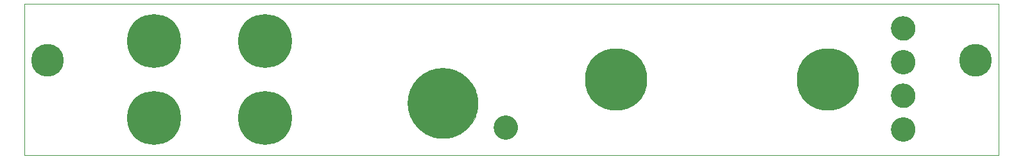
<source format=gbs>
G75*
%MOIN*%
%OFA0B0*%
%FSLAX24Y24*%
%IPPOS*%
%LPD*%
%AMOC8*
5,1,8,0,0,1.08239X$1,22.5*
%
%ADD10C,0.0010*%
%ADD11C,0.0000*%
%ADD12C,0.1260*%
%ADD13C,0.3662*%
%ADD14C,0.2802*%
%ADD15C,0.3235*%
%ADD16C,0.1700*%
D10*
X000847Y001846D02*
X051437Y001846D01*
X051437Y009721D01*
X000847Y009721D01*
X000847Y001846D01*
D11*
X020768Y004543D02*
X020770Y004628D01*
X020776Y004713D01*
X020786Y004797D01*
X020800Y004881D01*
X020818Y004964D01*
X020839Y005046D01*
X020865Y005127D01*
X020894Y005207D01*
X020927Y005285D01*
X020963Y005361D01*
X021004Y005436D01*
X021047Y005509D01*
X021094Y005580D01*
X021144Y005648D01*
X021198Y005714D01*
X021254Y005778D01*
X021314Y005838D01*
X021376Y005896D01*
X021440Y005951D01*
X021508Y006003D01*
X021577Y006052D01*
X021649Y006097D01*
X021723Y006139D01*
X021799Y006177D01*
X021876Y006212D01*
X021955Y006243D01*
X022036Y006271D01*
X022117Y006294D01*
X022200Y006314D01*
X022283Y006330D01*
X022367Y006342D01*
X022452Y006350D01*
X022537Y006354D01*
X022621Y006354D01*
X022706Y006350D01*
X022791Y006342D01*
X022875Y006330D01*
X022958Y006314D01*
X023041Y006294D01*
X023122Y006271D01*
X023203Y006243D01*
X023282Y006212D01*
X023359Y006177D01*
X023435Y006139D01*
X023509Y006097D01*
X023581Y006052D01*
X023650Y006003D01*
X023718Y005951D01*
X023782Y005896D01*
X023844Y005838D01*
X023904Y005778D01*
X023960Y005714D01*
X024014Y005648D01*
X024064Y005580D01*
X024111Y005509D01*
X024154Y005436D01*
X024195Y005361D01*
X024231Y005285D01*
X024264Y005207D01*
X024293Y005127D01*
X024319Y005046D01*
X024340Y004964D01*
X024358Y004881D01*
X024372Y004797D01*
X024382Y004713D01*
X024388Y004628D01*
X024390Y004543D01*
X024388Y004458D01*
X024382Y004373D01*
X024372Y004289D01*
X024358Y004205D01*
X024340Y004122D01*
X024319Y004040D01*
X024293Y003959D01*
X024264Y003879D01*
X024231Y003801D01*
X024195Y003725D01*
X024154Y003650D01*
X024111Y003577D01*
X024064Y003506D01*
X024014Y003438D01*
X023960Y003372D01*
X023904Y003308D01*
X023844Y003248D01*
X023782Y003190D01*
X023718Y003135D01*
X023650Y003083D01*
X023581Y003034D01*
X023509Y002989D01*
X023435Y002947D01*
X023359Y002909D01*
X023282Y002874D01*
X023203Y002843D01*
X023122Y002815D01*
X023041Y002792D01*
X022958Y002772D01*
X022875Y002756D01*
X022791Y002744D01*
X022706Y002736D01*
X022621Y002732D01*
X022537Y002732D01*
X022452Y002736D01*
X022367Y002744D01*
X022283Y002756D01*
X022200Y002772D01*
X022117Y002792D01*
X022036Y002815D01*
X021955Y002843D01*
X021876Y002874D01*
X021799Y002909D01*
X021723Y002947D01*
X021649Y002989D01*
X021577Y003034D01*
X021508Y003083D01*
X021440Y003135D01*
X021376Y003190D01*
X021314Y003248D01*
X021254Y003308D01*
X021198Y003372D01*
X021144Y003438D01*
X021094Y003506D01*
X021047Y003577D01*
X021004Y003650D01*
X020963Y003725D01*
X020927Y003801D01*
X020894Y003879D01*
X020865Y003959D01*
X020839Y004040D01*
X020818Y004122D01*
X020800Y004205D01*
X020786Y004289D01*
X020776Y004373D01*
X020770Y004458D01*
X020768Y004543D01*
X025219Y003293D02*
X025221Y003342D01*
X025227Y003391D01*
X025237Y003439D01*
X025250Y003486D01*
X025268Y003532D01*
X025289Y003576D01*
X025313Y003619D01*
X025341Y003659D01*
X025372Y003698D01*
X025406Y003733D01*
X025443Y003766D01*
X025482Y003795D01*
X025524Y003821D01*
X025567Y003844D01*
X025613Y003863D01*
X025659Y003879D01*
X025707Y003891D01*
X025755Y003899D01*
X025804Y003903D01*
X025854Y003903D01*
X025903Y003899D01*
X025951Y003891D01*
X025999Y003879D01*
X026045Y003863D01*
X026091Y003844D01*
X026134Y003821D01*
X026176Y003795D01*
X026215Y003766D01*
X026252Y003733D01*
X026286Y003698D01*
X026317Y003659D01*
X026345Y003619D01*
X026369Y003576D01*
X026390Y003532D01*
X026408Y003486D01*
X026421Y003439D01*
X026431Y003391D01*
X026437Y003342D01*
X026439Y003293D01*
X026437Y003244D01*
X026431Y003195D01*
X026421Y003147D01*
X026408Y003100D01*
X026390Y003054D01*
X026369Y003010D01*
X026345Y002967D01*
X026317Y002927D01*
X026286Y002888D01*
X026252Y002853D01*
X026215Y002820D01*
X026176Y002791D01*
X026134Y002765D01*
X026091Y002742D01*
X026045Y002723D01*
X025999Y002707D01*
X025951Y002695D01*
X025903Y002687D01*
X025854Y002683D01*
X025804Y002683D01*
X025755Y002687D01*
X025707Y002695D01*
X025659Y002707D01*
X025613Y002723D01*
X025567Y002742D01*
X025524Y002765D01*
X025482Y002791D01*
X025443Y002820D01*
X025406Y002853D01*
X025372Y002888D01*
X025341Y002927D01*
X025313Y002967D01*
X025289Y003010D01*
X025268Y003054D01*
X025250Y003100D01*
X025237Y003147D01*
X025227Y003195D01*
X025221Y003244D01*
X025219Y003293D01*
X045869Y003193D02*
X045871Y003242D01*
X045877Y003291D01*
X045887Y003339D01*
X045900Y003386D01*
X045918Y003432D01*
X045939Y003476D01*
X045963Y003519D01*
X045991Y003559D01*
X046022Y003598D01*
X046056Y003633D01*
X046093Y003666D01*
X046132Y003695D01*
X046174Y003721D01*
X046217Y003744D01*
X046263Y003763D01*
X046309Y003779D01*
X046357Y003791D01*
X046405Y003799D01*
X046454Y003803D01*
X046504Y003803D01*
X046553Y003799D01*
X046601Y003791D01*
X046649Y003779D01*
X046695Y003763D01*
X046741Y003744D01*
X046784Y003721D01*
X046826Y003695D01*
X046865Y003666D01*
X046902Y003633D01*
X046936Y003598D01*
X046967Y003559D01*
X046995Y003519D01*
X047019Y003476D01*
X047040Y003432D01*
X047058Y003386D01*
X047071Y003339D01*
X047081Y003291D01*
X047087Y003242D01*
X047089Y003193D01*
X047087Y003144D01*
X047081Y003095D01*
X047071Y003047D01*
X047058Y003000D01*
X047040Y002954D01*
X047019Y002910D01*
X046995Y002867D01*
X046967Y002827D01*
X046936Y002788D01*
X046902Y002753D01*
X046865Y002720D01*
X046826Y002691D01*
X046784Y002665D01*
X046741Y002642D01*
X046695Y002623D01*
X046649Y002607D01*
X046601Y002595D01*
X046553Y002587D01*
X046504Y002583D01*
X046454Y002583D01*
X046405Y002587D01*
X046357Y002595D01*
X046309Y002607D01*
X046263Y002623D01*
X046217Y002642D01*
X046174Y002665D01*
X046132Y002691D01*
X046093Y002720D01*
X046056Y002753D01*
X046022Y002788D01*
X045991Y002827D01*
X045963Y002867D01*
X045939Y002910D01*
X045918Y002954D01*
X045900Y003000D01*
X045887Y003047D01*
X045877Y003095D01*
X045871Y003144D01*
X045869Y003193D01*
X045869Y004943D02*
X045871Y004992D01*
X045877Y005041D01*
X045887Y005089D01*
X045900Y005136D01*
X045918Y005182D01*
X045939Y005226D01*
X045963Y005269D01*
X045991Y005309D01*
X046022Y005348D01*
X046056Y005383D01*
X046093Y005416D01*
X046132Y005445D01*
X046174Y005471D01*
X046217Y005494D01*
X046263Y005513D01*
X046309Y005529D01*
X046357Y005541D01*
X046405Y005549D01*
X046454Y005553D01*
X046504Y005553D01*
X046553Y005549D01*
X046601Y005541D01*
X046649Y005529D01*
X046695Y005513D01*
X046741Y005494D01*
X046784Y005471D01*
X046826Y005445D01*
X046865Y005416D01*
X046902Y005383D01*
X046936Y005348D01*
X046967Y005309D01*
X046995Y005269D01*
X047019Y005226D01*
X047040Y005182D01*
X047058Y005136D01*
X047071Y005089D01*
X047081Y005041D01*
X047087Y004992D01*
X047089Y004943D01*
X047087Y004894D01*
X047081Y004845D01*
X047071Y004797D01*
X047058Y004750D01*
X047040Y004704D01*
X047019Y004660D01*
X046995Y004617D01*
X046967Y004577D01*
X046936Y004538D01*
X046902Y004503D01*
X046865Y004470D01*
X046826Y004441D01*
X046784Y004415D01*
X046741Y004392D01*
X046695Y004373D01*
X046649Y004357D01*
X046601Y004345D01*
X046553Y004337D01*
X046504Y004333D01*
X046454Y004333D01*
X046405Y004337D01*
X046357Y004345D01*
X046309Y004357D01*
X046263Y004373D01*
X046217Y004392D01*
X046174Y004415D01*
X046132Y004441D01*
X046093Y004470D01*
X046056Y004503D01*
X046022Y004538D01*
X045991Y004577D01*
X045963Y004617D01*
X045939Y004660D01*
X045918Y004704D01*
X045900Y004750D01*
X045887Y004797D01*
X045877Y004845D01*
X045871Y004894D01*
X045869Y004943D01*
X045869Y006693D02*
X045871Y006742D01*
X045877Y006791D01*
X045887Y006839D01*
X045900Y006886D01*
X045918Y006932D01*
X045939Y006976D01*
X045963Y007019D01*
X045991Y007059D01*
X046022Y007098D01*
X046056Y007133D01*
X046093Y007166D01*
X046132Y007195D01*
X046174Y007221D01*
X046217Y007244D01*
X046263Y007263D01*
X046309Y007279D01*
X046357Y007291D01*
X046405Y007299D01*
X046454Y007303D01*
X046504Y007303D01*
X046553Y007299D01*
X046601Y007291D01*
X046649Y007279D01*
X046695Y007263D01*
X046741Y007244D01*
X046784Y007221D01*
X046826Y007195D01*
X046865Y007166D01*
X046902Y007133D01*
X046936Y007098D01*
X046967Y007059D01*
X046995Y007019D01*
X047019Y006976D01*
X047040Y006932D01*
X047058Y006886D01*
X047071Y006839D01*
X047081Y006791D01*
X047087Y006742D01*
X047089Y006693D01*
X047087Y006644D01*
X047081Y006595D01*
X047071Y006547D01*
X047058Y006500D01*
X047040Y006454D01*
X047019Y006410D01*
X046995Y006367D01*
X046967Y006327D01*
X046936Y006288D01*
X046902Y006253D01*
X046865Y006220D01*
X046826Y006191D01*
X046784Y006165D01*
X046741Y006142D01*
X046695Y006123D01*
X046649Y006107D01*
X046601Y006095D01*
X046553Y006087D01*
X046504Y006083D01*
X046454Y006083D01*
X046405Y006087D01*
X046357Y006095D01*
X046309Y006107D01*
X046263Y006123D01*
X046217Y006142D01*
X046174Y006165D01*
X046132Y006191D01*
X046093Y006220D01*
X046056Y006253D01*
X046022Y006288D01*
X045991Y006327D01*
X045963Y006367D01*
X045939Y006410D01*
X045918Y006454D01*
X045900Y006500D01*
X045887Y006547D01*
X045877Y006595D01*
X045871Y006644D01*
X045869Y006693D01*
X045869Y008443D02*
X045871Y008492D01*
X045877Y008541D01*
X045887Y008589D01*
X045900Y008636D01*
X045918Y008682D01*
X045939Y008726D01*
X045963Y008769D01*
X045991Y008809D01*
X046022Y008848D01*
X046056Y008883D01*
X046093Y008916D01*
X046132Y008945D01*
X046174Y008971D01*
X046217Y008994D01*
X046263Y009013D01*
X046309Y009029D01*
X046357Y009041D01*
X046405Y009049D01*
X046454Y009053D01*
X046504Y009053D01*
X046553Y009049D01*
X046601Y009041D01*
X046649Y009029D01*
X046695Y009013D01*
X046741Y008994D01*
X046784Y008971D01*
X046826Y008945D01*
X046865Y008916D01*
X046902Y008883D01*
X046936Y008848D01*
X046967Y008809D01*
X046995Y008769D01*
X047019Y008726D01*
X047040Y008682D01*
X047058Y008636D01*
X047071Y008589D01*
X047081Y008541D01*
X047087Y008492D01*
X047089Y008443D01*
X047087Y008394D01*
X047081Y008345D01*
X047071Y008297D01*
X047058Y008250D01*
X047040Y008204D01*
X047019Y008160D01*
X046995Y008117D01*
X046967Y008077D01*
X046936Y008038D01*
X046902Y008003D01*
X046865Y007970D01*
X046826Y007941D01*
X046784Y007915D01*
X046741Y007892D01*
X046695Y007873D01*
X046649Y007857D01*
X046601Y007845D01*
X046553Y007837D01*
X046504Y007833D01*
X046454Y007833D01*
X046405Y007837D01*
X046357Y007845D01*
X046309Y007857D01*
X046263Y007873D01*
X046217Y007892D01*
X046174Y007915D01*
X046132Y007941D01*
X046093Y007970D01*
X046056Y008003D01*
X046022Y008038D01*
X045991Y008077D01*
X045963Y008117D01*
X045939Y008160D01*
X045918Y008204D01*
X045900Y008250D01*
X045887Y008297D01*
X045877Y008345D01*
X045871Y008394D01*
X045869Y008443D01*
D12*
X046479Y008443D03*
X046479Y006693D03*
X046479Y004943D03*
X046479Y003193D03*
X025829Y003293D03*
D13*
X022579Y004543D03*
D14*
X013329Y003793D03*
X007579Y003793D03*
X007579Y007793D03*
X013329Y007793D03*
D15*
X031579Y005793D03*
X042579Y005793D03*
D16*
X050256Y006768D03*
X002028Y006768D03*
M02*

</source>
